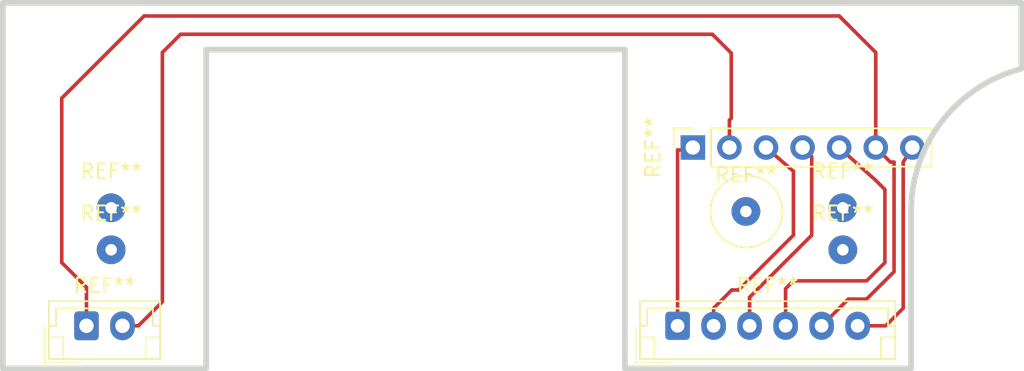
<source format=kicad_pcb>
(kicad_pcb (version 20171130) (host pcbnew "(5.1.5)-3")

  (general
    (thickness 1.6)
    (drawings 11)
    (tracks 48)
    (zones 0)
    (modules 8)
    (nets 1)
  )

  (page A4)
  (layers
    (0 F.Cu signal)
    (31 B.Cu signal)
    (32 B.Adhes user)
    (33 F.Adhes user)
    (34 B.Paste user)
    (35 F.Paste user)
    (36 B.SilkS user)
    (37 F.SilkS user)
    (38 B.Mask user)
    (39 F.Mask user)
    (40 Dwgs.User user)
    (41 Cmts.User user)
    (42 Eco1.User user)
    (43 Eco2.User user)
    (44 Edge.Cuts user)
    (45 Margin user)
    (46 B.CrtYd user)
    (47 F.CrtYd user)
    (48 B.Fab user)
    (49 F.Fab user hide)
  )

  (setup
    (last_trace_width 0.25)
    (trace_clearance 0.2)
    (zone_clearance 0.508)
    (zone_45_only no)
    (trace_min 0.2)
    (via_size 0.8)
    (via_drill 0.4)
    (via_min_size 0.4)
    (via_min_drill 0.3)
    (uvia_size 0.3)
    (uvia_drill 0.1)
    (uvias_allowed no)
    (uvia_min_size 0.2)
    (uvia_min_drill 0.1)
    (edge_width 0.05)
    (segment_width 0.2)
    (pcb_text_width 0.3)
    (pcb_text_size 1.5 1.5)
    (mod_edge_width 0.12)
    (mod_text_size 1 1)
    (mod_text_width 0.15)
    (pad_size 1.7 1.7)
    (pad_drill 1)
    (pad_to_mask_clearance 0.051)
    (solder_mask_min_width 0.25)
    (aux_axis_origin 0 0)
    (visible_elements 7FFFFFFF)
    (pcbplotparams
      (layerselection 0x010fc_ffffffff)
      (usegerberextensions false)
      (usegerberattributes false)
      (usegerberadvancedattributes false)
      (creategerberjobfile false)
      (excludeedgelayer true)
      (linewidth 1.000000)
      (plotframeref false)
      (viasonmask false)
      (mode 1)
      (useauxorigin false)
      (hpglpennumber 1)
      (hpglpenspeed 20)
      (hpglpendiameter 15.000000)
      (psnegative false)
      (psa4output false)
      (plotreference true)
      (plotvalue true)
      (plotinvisibletext false)
      (padsonsilk false)
      (subtractmaskfromsilk false)
      (outputformat 1)
      (mirror false)
      (drillshape 1)
      (scaleselection 1)
      (outputdirectory ""))
  )

  (net 0 "")

  (net_class Default "This is the default net class."
    (clearance 0.2)
    (trace_width 0.25)
    (via_dia 0.8)
    (via_drill 0.4)
    (uvia_dia 0.3)
    (uvia_drill 0.1)
  )

  (module Connector_Wire:SolderWirePad_1x01_Drill0.8mm (layer F.Cu) (tedit 5A2676A0) (tstamp 6191141E)
    (at 88.519 57.15)
    (descr "Wire solder connection")
    (tags connector)
    (attr virtual)
    (fp_text reference REF** (at 0 -2.54) (layer F.SilkS)
      (effects (font (size 1 1) (thickness 0.15)))
    )
    (fp_text value SolderWirePad_1x01_Drill0.8mm (at 0 2.54) (layer F.Fab)
      (effects (font (size 1 1) (thickness 0.15)))
    )
    (fp_line (start 1.5 1.5) (end -1.5 1.5) (layer F.CrtYd) (width 0.05))
    (fp_line (start 1.5 1.5) (end 1.5 -1.5) (layer F.CrtYd) (width 0.05))
    (fp_line (start -1.5 -1.5) (end -1.5 1.5) (layer F.CrtYd) (width 0.05))
    (fp_line (start -1.5 -1.5) (end 1.5 -1.5) (layer F.CrtYd) (width 0.05))
    (fp_text user %R (at 0 0) (layer F.Fab)
      (effects (font (size 1 1) (thickness 0.15)))
    )
    (pad 1 thru_hole circle (at 0 0) (size 1.99898 1.99898) (drill 0.8001) (layers *.Cu *.Mask))
  )

  (module Connector_Wire:SolderWirePad_1x01_Drill0.8mm (layer F.Cu) (tedit 5A2676A0) (tstamp 619113F2)
    (at 37.719 57.15)
    (descr "Wire solder connection")
    (tags connector)
    (attr virtual)
    (fp_text reference REF** (at 0 -2.54) (layer F.SilkS)
      (effects (font (size 1 1) (thickness 0.15)))
    )
    (fp_text value SolderWirePad_1x01_Drill0.8mm (at 0 2.54) (layer F.Fab)
      (effects (font (size 1 1) (thickness 0.15)))
    )
    (fp_text user %R (at 0 0) (layer F.Fab)
      (effects (font (size 1 1) (thickness 0.15)))
    )
    (fp_line (start -1.5 -1.5) (end 1.5 -1.5) (layer F.CrtYd) (width 0.05))
    (fp_line (start -1.5 -1.5) (end -1.5 1.5) (layer F.CrtYd) (width 0.05))
    (fp_line (start 1.5 1.5) (end 1.5 -1.5) (layer F.CrtYd) (width 0.05))
    (fp_line (start 1.5 1.5) (end -1.5 1.5) (layer F.CrtYd) (width 0.05))
    (pad 1 thru_hole circle (at 0 0) (size 1.99898 1.99898) (drill 0.8001) (layers *.Cu *.Mask))
  )

  (module Connector_PinSocket_2.54mm:PinSocket_1x07_P2.54mm_Vertical (layer F.Cu) (tedit 5A19A433) (tstamp 618BF74D)
    (at 78.105 52.959 90)
    (descr "Through hole straight socket strip, 1x07, 2.54mm pitch, single row (from Kicad 4.0.7), script generated")
    (tags "Through hole socket strip THT 1x07 2.54mm single row")
    (fp_text reference REF** (at 0 -2.77 90) (layer F.SilkS)
      (effects (font (size 1 1) (thickness 0.15)))
    )
    (fp_text value PinSocket_1x07_P2.54mm_Vertical (at 0 18.01 90) (layer F.Fab)
      (effects (font (size 1 1) (thickness 0.15)))
    )
    (fp_text user %R (at 0 7.62) (layer F.Fab)
      (effects (font (size 1 1) (thickness 0.15)))
    )
    (fp_line (start -1.8 17) (end -1.8 -1.8) (layer F.CrtYd) (width 0.05))
    (fp_line (start 1.75 17) (end -1.8 17) (layer F.CrtYd) (width 0.05))
    (fp_line (start 1.75 -1.8) (end 1.75 17) (layer F.CrtYd) (width 0.05))
    (fp_line (start -1.8 -1.8) (end 1.75 -1.8) (layer F.CrtYd) (width 0.05))
    (fp_line (start 0 -1.33) (end 1.33 -1.33) (layer F.SilkS) (width 0.12))
    (fp_line (start 1.33 -1.33) (end 1.33 0) (layer F.SilkS) (width 0.12))
    (fp_line (start 1.33 1.27) (end 1.33 16.57) (layer F.SilkS) (width 0.12))
    (fp_line (start -1.33 16.57) (end 1.33 16.57) (layer F.SilkS) (width 0.12))
    (fp_line (start -1.33 1.27) (end -1.33 16.57) (layer F.SilkS) (width 0.12))
    (fp_line (start -1.33 1.27) (end 1.33 1.27) (layer F.SilkS) (width 0.12))
    (fp_line (start -1.27 16.51) (end -1.27 -1.27) (layer F.Fab) (width 0.1))
    (fp_line (start 1.27 16.51) (end -1.27 16.51) (layer F.Fab) (width 0.1))
    (fp_line (start 1.27 -0.635) (end 1.27 16.51) (layer F.Fab) (width 0.1))
    (fp_line (start 0.635 -1.27) (end 1.27 -0.635) (layer F.Fab) (width 0.1))
    (fp_line (start -1.27 -1.27) (end 0.635 -1.27) (layer F.Fab) (width 0.1))
    (pad 7 thru_hole oval (at 0 15.24 90) (size 1.7 1.7) (drill 1) (layers *.Cu *.Mask))
    (pad 6 thru_hole oval (at 0 12.7 90) (size 1.7 1.7) (drill 1) (layers *.Cu *.Mask))
    (pad 5 thru_hole oval (at 0 10.16 90) (size 1.7 1.7) (drill 1) (layers *.Cu *.Mask))
    (pad 4 thru_hole oval (at 0 7.62 90) (size 1.7 1.7) (drill 1) (layers *.Cu *.Mask))
    (pad 3 thru_hole oval (at 0 5.08 90) (size 1.7 1.7) (drill 1) (layers *.Cu *.Mask))
    (pad 2 thru_hole oval (at 0 2.54 90) (size 1.7 1.7) (drill 1) (layers *.Cu *.Mask))
    (pad 1 thru_hole rect (at 0 0 90) (size 1.7 1.7) (drill 1) (layers *.Cu *.Mask))
    (model ${KISYS3DMOD}/Connector_PinSocket_2.54mm.3dshapes/PinSocket_1x07_P2.54mm_Vertical.wrl
      (at (xyz 0 0 0))
      (scale (xyz 1 1 1))
      (rotate (xyz 0 0 0))
    )
  )

  (module Connector_Wire:SolderWirePad_1x01_Drill0.8mm (layer F.Cu) (tedit 5A2676A0) (tstamp 618F6064)
    (at 37.719 60.071)
    (descr "Wire solder connection")
    (tags connector)
    (attr virtual)
    (fp_text reference REF** (at 0 -2.54) (layer F.SilkS)
      (effects (font (size 1 1) (thickness 0.15)))
    )
    (fp_text value SolderWirePad_1x01_Drill0.8mm (at 0 2.54) (layer F.Fab)
      (effects (font (size 1 1) (thickness 0.15)))
    )
    (fp_line (start 1.5 1.5) (end -1.5 1.5) (layer F.CrtYd) (width 0.05))
    (fp_line (start 1.5 1.5) (end 1.5 -1.5) (layer F.CrtYd) (width 0.05))
    (fp_line (start -1.5 -1.5) (end -1.5 1.5) (layer F.CrtYd) (width 0.05))
    (fp_line (start -1.5 -1.5) (end 1.5 -1.5) (layer F.CrtYd) (width 0.05))
    (fp_text user %R (at 0 0) (layer F.Fab)
      (effects (font (size 1 1) (thickness 0.15)))
    )
    (pad 1 thru_hole circle (at 0 0) (size 1.99898 1.99898) (drill 0.8001) (layers *.Cu *.Mask))
  )

  (module Connector_Wire:SolderWirePad_1x01_Drill0.8mm (layer F.Cu) (tedit 5A2676A0) (tstamp 618F6052)
    (at 88.519 60.071)
    (descr "Wire solder connection")
    (tags connector)
    (attr virtual)
    (fp_text reference REF** (at 0 -2.54) (layer F.SilkS)
      (effects (font (size 1 1) (thickness 0.15)))
    )
    (fp_text value SolderWirePad_1x01_Drill0.8mm (at 0 2.54) (layer F.Fab)
      (effects (font (size 1 1) (thickness 0.15)))
    )
    (fp_text user %R (at 0 0) (layer F.Fab)
      (effects (font (size 1 1) (thickness 0.15)))
    )
    (fp_line (start -1.5 -1.5) (end 1.5 -1.5) (layer F.CrtYd) (width 0.05))
    (fp_line (start -1.5 -1.5) (end -1.5 1.5) (layer F.CrtYd) (width 0.05))
    (fp_line (start 1.5 1.5) (end 1.5 -1.5) (layer F.CrtYd) (width 0.05))
    (fp_line (start 1.5 1.5) (end -1.5 1.5) (layer F.CrtYd) (width 0.05))
    (pad 1 thru_hole circle (at 0 0) (size 1.99898 1.99898) (drill 0.8001) (layers *.Cu *.Mask))
  )

  (module Connector_Wire:SolderWirePad_1x01_Drill0.8mm (layer F.Cu) (tedit 5A2676A0) (tstamp 618F5FF5)
    (at 81.788 57.404)
    (descr "Wire solder connection")
    (tags connector)
    (attr virtual)
    (fp_text reference REF** (at 0 -2.54) (layer F.SilkS)
      (effects (font (size 1 1) (thickness 0.15)))
    )
    (fp_text value SolderWirePad_1x01_Drill0.8mm (at 0 2.54) (layer F.Fab)
      (effects (font (size 1 1) (thickness 0.15)))
    )
    (fp_line (start 1.5 1.5) (end -1.5 1.5) (layer F.CrtYd) (width 0.05))
    (fp_line (start 1.5 1.5) (end 1.5 -1.5) (layer F.CrtYd) (width 0.05))
    (fp_line (start -1.5 -1.5) (end -1.5 1.5) (layer F.CrtYd) (width 0.05))
    (fp_line (start -1.5 -1.5) (end 1.5 -1.5) (layer F.CrtYd) (width 0.05))
    (fp_text user %R (at 0 0) (layer F.Fab)
      (effects (font (size 1 1) (thickness 0.15)))
    )
    (pad 1 thru_hole circle (at 0 0) (size 1.99898 1.99898) (drill 0.8001) (layers *.Cu *.Mask))
  )

  (module Connector_JST:JST_EH_B2B-EH-A_1x02_P2.50mm_Vertical (layer F.Cu) (tedit 5C28142C) (tstamp 618C153B)
    (at 36.0064 65.3542)
    (descr "JST EH series connector, B2B-EH-A (http://www.jst-mfg.com/product/pdf/eng/eEH.pdf), generated with kicad-footprint-generator")
    (tags "connector JST EH vertical")
    (fp_text reference REF** (at 1.25 -2.8) (layer F.SilkS)
      (effects (font (size 1 1) (thickness 0.15)))
    )
    (fp_text value JST_EH_B2B-EH-A_1x02_P2.50mm_Vertical (at 1.25 3.4) (layer F.Fab)
      (effects (font (size 1 1) (thickness 0.15)))
    )
    (fp_text user %R (at 1.25 1.5) (layer F.Fab)
      (effects (font (size 1 1) (thickness 0.15)))
    )
    (fp_line (start -2.91 2.61) (end -0.41 2.61) (layer F.Fab) (width 0.1))
    (fp_line (start -2.91 0.11) (end -2.91 2.61) (layer F.Fab) (width 0.1))
    (fp_line (start -2.91 2.61) (end -0.41 2.61) (layer F.SilkS) (width 0.12))
    (fp_line (start -2.91 0.11) (end -2.91 2.61) (layer F.SilkS) (width 0.12))
    (fp_line (start 4.11 0.81) (end 4.11 2.31) (layer F.SilkS) (width 0.12))
    (fp_line (start 5.11 0.81) (end 4.11 0.81) (layer F.SilkS) (width 0.12))
    (fp_line (start -1.61 0.81) (end -1.61 2.31) (layer F.SilkS) (width 0.12))
    (fp_line (start -2.61 0.81) (end -1.61 0.81) (layer F.SilkS) (width 0.12))
    (fp_line (start 4.61 0) (end 5.11 0) (layer F.SilkS) (width 0.12))
    (fp_line (start 4.61 -1.21) (end 4.61 0) (layer F.SilkS) (width 0.12))
    (fp_line (start -2.11 -1.21) (end 4.61 -1.21) (layer F.SilkS) (width 0.12))
    (fp_line (start -2.11 0) (end -2.11 -1.21) (layer F.SilkS) (width 0.12))
    (fp_line (start -2.61 0) (end -2.11 0) (layer F.SilkS) (width 0.12))
    (fp_line (start 5.11 -1.71) (end -2.61 -1.71) (layer F.SilkS) (width 0.12))
    (fp_line (start 5.11 2.31) (end 5.11 -1.71) (layer F.SilkS) (width 0.12))
    (fp_line (start -2.61 2.31) (end 5.11 2.31) (layer F.SilkS) (width 0.12))
    (fp_line (start -2.61 -1.71) (end -2.61 2.31) (layer F.SilkS) (width 0.12))
    (fp_line (start 5.5 -2.1) (end -3 -2.1) (layer F.CrtYd) (width 0.05))
    (fp_line (start 5.5 2.7) (end 5.5 -2.1) (layer F.CrtYd) (width 0.05))
    (fp_line (start -3 2.7) (end 5.5 2.7) (layer F.CrtYd) (width 0.05))
    (fp_line (start -3 -2.1) (end -3 2.7) (layer F.CrtYd) (width 0.05))
    (fp_line (start 5 -1.6) (end -2.5 -1.6) (layer F.Fab) (width 0.1))
    (fp_line (start 5 2.2) (end 5 -1.6) (layer F.Fab) (width 0.1))
    (fp_line (start -2.5 2.2) (end 5 2.2) (layer F.Fab) (width 0.1))
    (fp_line (start -2.5 -1.6) (end -2.5 2.2) (layer F.Fab) (width 0.1))
    (pad 2 thru_hole oval (at 2.5 0) (size 1.7 2) (drill 1) (layers *.Cu *.Mask))
    (pad 1 thru_hole roundrect (at 0 0) (size 1.7 2) (drill 1) (layers *.Cu *.Mask) (roundrect_rratio 0.147059))
    (model ${KISYS3DMOD}/Connector_JST.3dshapes/JST_EH_B2B-EH-A_1x02_P2.50mm_Vertical.wrl
      (at (xyz 0 0 0))
      (scale (xyz 1 1 1))
      (rotate (xyz 0 0 0))
    )
  )

  (module Connector_JST:JST_EH_B6B-EH-A_1x06_P2.50mm_Vertical (layer F.Cu) (tedit 5C28142C) (tstamp 6186C5D7)
    (at 77.0458 65.3542)
    (descr "JST EH series connector, B6B-EH-A (http://www.jst-mfg.com/product/pdf/eng/eEH.pdf), generated with kicad-footprint-generator")
    (tags "connector JST EH vertical")
    (fp_text reference REF** (at 6.25 -2.8) (layer F.SilkS)
      (effects (font (size 1 1) (thickness 0.15)))
    )
    (fp_text value JST_EH_B6B-EH-A_1x06_P2.50mm_Vertical (at 6.25 3.4) (layer F.Fab)
      (effects (font (size 1 1) (thickness 0.15)))
    )
    (fp_line (start -2.5 -1.6) (end -2.5 2.2) (layer F.Fab) (width 0.1))
    (fp_line (start -2.5 2.2) (end 15 2.2) (layer F.Fab) (width 0.1))
    (fp_line (start 15 2.2) (end 15 -1.6) (layer F.Fab) (width 0.1))
    (fp_line (start 15 -1.6) (end -2.5 -1.6) (layer F.Fab) (width 0.1))
    (fp_line (start -3 -2.1) (end -3 2.7) (layer F.CrtYd) (width 0.05))
    (fp_line (start -3 2.7) (end 15.5 2.7) (layer F.CrtYd) (width 0.05))
    (fp_line (start 15.5 2.7) (end 15.5 -2.1) (layer F.CrtYd) (width 0.05))
    (fp_line (start 15.5 -2.1) (end -3 -2.1) (layer F.CrtYd) (width 0.05))
    (fp_line (start -2.61 -1.71) (end -2.61 2.31) (layer F.SilkS) (width 0.12))
    (fp_line (start -2.61 2.31) (end 15.11 2.31) (layer F.SilkS) (width 0.12))
    (fp_line (start 15.11 2.31) (end 15.11 -1.71) (layer F.SilkS) (width 0.12))
    (fp_line (start 15.11 -1.71) (end -2.61 -1.71) (layer F.SilkS) (width 0.12))
    (fp_line (start -2.61 0) (end -2.11 0) (layer F.SilkS) (width 0.12))
    (fp_line (start -2.11 0) (end -2.11 -1.21) (layer F.SilkS) (width 0.12))
    (fp_line (start -2.11 -1.21) (end 14.61 -1.21) (layer F.SilkS) (width 0.12))
    (fp_line (start 14.61 -1.21) (end 14.61 0) (layer F.SilkS) (width 0.12))
    (fp_line (start 14.61 0) (end 15.11 0) (layer F.SilkS) (width 0.12))
    (fp_line (start -2.61 0.81) (end -1.61 0.81) (layer F.SilkS) (width 0.12))
    (fp_line (start -1.61 0.81) (end -1.61 2.31) (layer F.SilkS) (width 0.12))
    (fp_line (start 15.11 0.81) (end 14.11 0.81) (layer F.SilkS) (width 0.12))
    (fp_line (start 14.11 0.81) (end 14.11 2.31) (layer F.SilkS) (width 0.12))
    (fp_line (start -2.91 0.11) (end -2.91 2.61) (layer F.SilkS) (width 0.12))
    (fp_line (start -2.91 2.61) (end -0.41 2.61) (layer F.SilkS) (width 0.12))
    (fp_line (start -2.91 0.11) (end -2.91 2.61) (layer F.Fab) (width 0.1))
    (fp_line (start -2.91 2.61) (end -0.41 2.61) (layer F.Fab) (width 0.1))
    (fp_text user %R (at 6.25 1.5) (layer F.Fab)
      (effects (font (size 1 1) (thickness 0.15)))
    )
    (pad 1 thru_hole roundrect (at 0 0) (size 1.7 1.95) (drill 0.95) (layers *.Cu *.Mask) (roundrect_rratio 0.147059))
    (pad 2 thru_hole oval (at 2.5 0) (size 1.7 1.95) (drill 0.95) (layers *.Cu *.Mask))
    (pad 3 thru_hole oval (at 5 0) (size 1.7 1.95) (drill 0.95) (layers *.Cu *.Mask))
    (pad 4 thru_hole oval (at 7.5 0) (size 1.7 1.95) (drill 0.95) (layers *.Cu *.Mask))
    (pad 5 thru_hole oval (at 10 0) (size 1.7 1.95) (drill 0.95) (layers *.Cu *.Mask))
    (pad 6 thru_hole oval (at 12.5 0) (size 1.7 1.95) (drill 0.95) (layers *.Cu *.Mask))
    (model ${KISYS3DMOD}/Connector_JST.3dshapes/JST_EH_B6B-EH-A_1x06_P2.50mm_Vertical.wrl
      (at (xyz 0 0 0))
      (scale (xyz 1 1 1))
      (rotate (xyz 0 0 0))
    )
  )

  (gr_circle (center 81.828 57.404) (end 84.328 57.404) (layer F.SilkS) (width 0.12))
  (gr_line (start 44.313517 68.315164) (end 44.313517 46.154) (layer Edge.Cuts) (width 0.4))
  (gr_line (start 100.912988 42.904) (end 100.912988 47.487153) (layer Edge.Cuts) (width 0.4))
  (gr_line (start 73.385066 68.315164) (end 93.255 68.315164) (layer Edge.Cuts) (width 0.4))
  (gr_line (start 73.385066 46.154) (end 73.385066 68.315164) (layer Edge.Cuts) (width 0.4))
  (gr_line (start 30.202647 42.904) (end 30.202647 68.315164) (layer Edge.Cuts) (width 0.4))
  (gr_line (start 44.313517 46.154) (end 73.385066 46.154) (layer Edge.Cuts) (width 0.4))
  (gr_line (start 93.255 68.315164) (end 93.255 57.404) (layer Edge.Cuts) (width 0.4))
  (gr_line (start 100.912988 42.904) (end 30.202647 42.904) (layer Edge.Cuts) (width 0.4))
  (gr_line (start 30.202647 68.315164) (end 44.313517 68.315164) (layer Edge.Cuts) (width 0.4))
  (gr_arc (start 103.505 57.404) (end 100.912977 47.48715) (angle -75.351992) (layer Edge.Cuts) (width 0.4))

  (segment (start 80.772 50.927) (end 80.645 51.054) (width 0.25) (layer F.Cu) (net 0))
  (segment (start 38.5064 65.3542) (end 39.6064 65.3542) (width 0.25) (layer F.Cu) (net 0))
  (segment (start 80.645 51.054) (end 80.645 52.959) (width 0.25) (layer F.Cu) (net 0))
  (segment (start 80.772 46.397519) (end 80.772 50.927) (width 0.25) (layer F.Cu) (net 0))
  (segment (start 39.6064 65.3542) (end 41.275 63.6856) (width 0.25) (layer F.Cu) (net 0))
  (segment (start 41.275 63.6856) (end 41.275 46.355) (width 0.25) (layer F.Cu) (net 0))
  (segment (start 41.275 46.355) (end 42.545 45.085) (width 0.25) (layer F.Cu) (net 0))
  (segment (start 79.459481 45.085) (end 80.772 46.397519) (width 0.25) (layer F.Cu) (net 0))
  (segment (start 42.545 45.085) (end 79.459481 45.085) (width 0.25) (layer F.Cu) (net 0))
  (segment (start 77.9348 53.1292) (end 78.105 52.959) (width 0.25) (layer F.Cu) (net 0))
  (segment (start 77.0458 53.1292) (end 77.9348 53.1292) (width 0.25) (layer F.Cu) (net 0))
  (segment (start 77.0458 65.3542) (end 77.0458 53.1292) (width 0.25) (layer F.Cu) (net 0))
  (segment (start 79.5458 65.3542) (end 79.5458 64.1292) (width 0.25) (layer F.Cu) (net 0))
  (segment (start 89.5458 65.3542) (end 91.4908 65.3542) (width 0.25) (layer F.Cu) (net 0))
  (segment (start 91.4908 65.3542) (end 92.71 64.135) (width 0.25) (layer F.Cu) (net 0))
  (segment (start 36.0064 62.6764) (end 36.0064 65.3542) (width 0.25) (layer F.Cu) (net 0))
  (segment (start 88.265 43.815) (end 40.005 43.815) (width 0.25) (layer F.Cu) (net 0))
  (segment (start 40.005 43.815) (end 34.29 49.53) (width 0.25) (layer F.Cu) (net 0))
  (segment (start 88.9 44.45) (end 88.265 43.815) (width 0.25) (layer F.Cu) (net 0))
  (segment (start 34.29 49.53) (end 34.29 60.96) (width 0.25) (layer F.Cu) (net 0))
  (segment (start 34.29 60.96) (end 36.0064 62.6764) (width 0.25) (layer F.Cu) (net 0))
  (segment (start 88.9 63.5) (end 88.265 64.135) (width 0.25) (layer F.Cu) (net 0))
  (segment (start 87.0458 65.3542) (end 88.9 63.5) (width 0.25) (layer F.Cu) (net 0))
  (segment (start 92.71 64.135) (end 92.71 53.975) (width 0.25) (layer F.Cu) (net 0))
  (segment (start 92.71 53.975) (end 93.345 52.959) (width 0.25) (layer F.Cu) (net 0))
  (segment (start 91.821 53.975) (end 90.805 52.959) (width 0.25) (layer F.Cu) (net 0))
  (segment (start 92.075 61.595) (end 92.075 53.975) (width 0.25) (layer F.Cu) (net 0))
  (segment (start 88.9 63.5) (end 90.17 63.5) (width 0.25) (layer F.Cu) (net 0))
  (segment (start 90.17 63.5) (end 92.075 61.595) (width 0.25) (layer F.Cu) (net 0))
  (segment (start 91.821 53.975) (end 92.075 53.975) (width 0.25) (layer F.Cu) (net 0))
  (segment (start 90.805 55.245) (end 88.265 52.959) (width 0.25) (layer F.Cu) (net 0))
  (segment (start 91.44 55.88) (end 90.805 55.245) (width 0.25) (layer F.Cu) (net 0))
  (segment (start 84.5458 62.7742) (end 85.09 62.23) (width 0.25) (layer F.Cu) (net 0))
  (segment (start 84.5458 65.3542) (end 84.5458 62.7742) (width 0.25) (layer F.Cu) (net 0))
  (segment (start 90.17 62.23) (end 91.44 60.96) (width 0.25) (layer F.Cu) (net 0))
  (segment (start 85.09 62.23) (end 90.17 62.23) (width 0.25) (layer F.Cu) (net 0))
  (segment (start 91.44 60.96) (end 91.44 55.88) (width 0.25) (layer F.Cu) (net 0))
  (segment (start 86.36 53.594) (end 85.725 52.959) (width 0.25) (layer F.Cu) (net 0))
  (segment (start 82.0458 63.3692) (end 86.36 59.055) (width 0.25) (layer F.Cu) (net 0))
  (segment (start 86.36 59.055) (end 86.36 53.594) (width 0.25) (layer F.Cu) (net 0))
  (segment (start 82.0458 65.3542) (end 82.0458 63.3692) (width 0.25) (layer F.Cu) (net 0))
  (segment (start 79.5458 64.1292) (end 80.81 62.865) (width 0.25) (layer F.Cu) (net 0))
  (segment (start 80.81 62.865) (end 81.28 62.865) (width 0.25) (layer F.Cu) (net 0))
  (segment (start 85.09 54.61) (end 83.185 52.959) (width 0.25) (layer F.Cu) (net 0))
  (segment (start 85.09 54.61) (end 85.09 59.055) (width 0.25) (layer F.Cu) (net 0))
  (segment (start 81.28 62.865) (end 85.09 59.055) (width 0.25) (layer F.Cu) (net 0))
  (segment (start 88.265 43.815) (end 90.805 46.355) (width 0.25) (layer F.Cu) (net 0))
  (segment (start 90.805 46.355) (end 90.805 52.959) (width 0.25) (layer F.Cu) (net 0))

)

</source>
